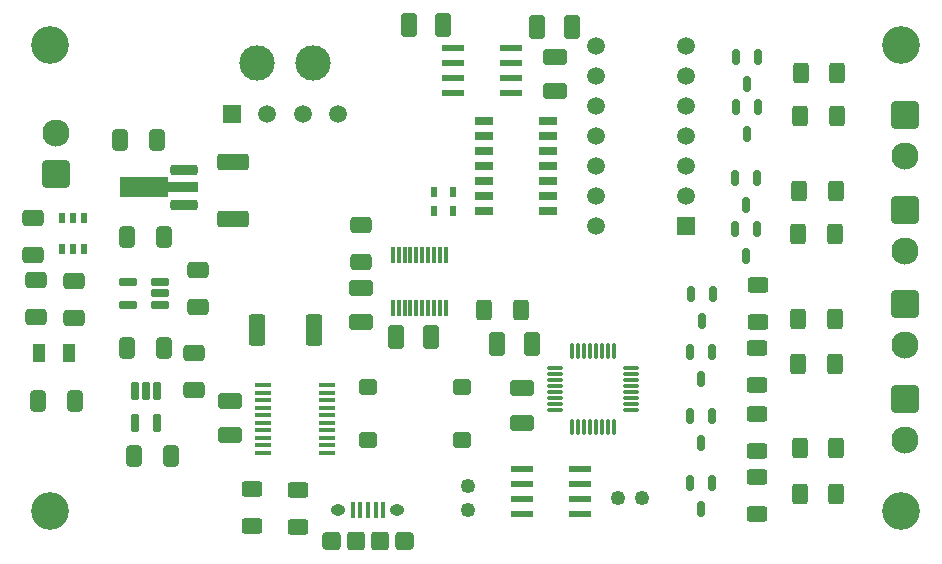
<source format=gbr>
%TF.GenerationSoftware,KiCad,Pcbnew,9.0.4*%
%TF.CreationDate,2025-11-21T01:18:50-06:00*%
%TF.ProjectId,LV Sensor,4c562053-656e-4736-9f72-2e6b69636164,rev?*%
%TF.SameCoordinates,Original*%
%TF.FileFunction,Soldermask,Top*%
%TF.FilePolarity,Negative*%
%FSLAX46Y46*%
G04 Gerber Fmt 4.6, Leading zero omitted, Abs format (unit mm)*
G04 Created by KiCad (PCBNEW 9.0.4) date 2025-11-21 01:18:50*
%MOMM*%
%LPD*%
G01*
G04 APERTURE LIST*
G04 Aperture macros list*
%AMRoundRect*
0 Rectangle with rounded corners*
0 $1 Rounding radius*
0 $2 $3 $4 $5 $6 $7 $8 $9 X,Y pos of 4 corners*
0 Add a 4 corners polygon primitive as box body*
4,1,4,$2,$3,$4,$5,$6,$7,$8,$9,$2,$3,0*
0 Add four circle primitives for the rounded corners*
1,1,$1+$1,$2,$3*
1,1,$1+$1,$4,$5*
1,1,$1+$1,$6,$7*
1,1,$1+$1,$8,$9*
0 Add four rect primitives between the rounded corners*
20,1,$1+$1,$2,$3,$4,$5,0*
20,1,$1+$1,$4,$5,$6,$7,0*
20,1,$1+$1,$6,$7,$8,$9,0*
20,1,$1+$1,$8,$9,$2,$3,0*%
%AMFreePoly0*
4,1,9,5.362500,-0.866500,1.237500,-0.866500,1.237500,-0.450000,-1.237500,-0.450000,-1.237500,0.450000,1.237500,0.450000,1.237500,0.866500,5.362500,0.866500,5.362500,-0.866500,5.362500,-0.866500,$1*%
G04 Aperture macros list end*
%ADD10O,1.400000X0.299999*%
%ADD11O,0.299999X1.400000*%
%ADD12C,3.200000*%
%ADD13C,2.300000*%
%ADD14RoundRect,0.250001X-0.899999X0.899999X-0.899999X-0.899999X0.899999X-0.899999X0.899999X0.899999X0*%
%ADD15RoundRect,0.250000X-0.525000X-0.400000X0.525000X-0.400000X0.525000X0.400000X-0.525000X0.400000X0*%
%ADD16RoundRect,0.150000X-0.150000X0.512500X-0.150000X-0.512500X0.150000X-0.512500X0.150000X0.512500X0*%
%ADD17RoundRect,0.250000X-0.400000X-0.625000X0.400000X-0.625000X0.400000X0.625000X-0.400000X0.625000X0*%
%ADD18C,3.000000*%
%ADD19R,1.520000X1.520000*%
%ADD20C,1.520000*%
%ADD21R,0.300000X1.425000*%
%ADD22RoundRect,0.170500X-0.816500X0.511500X-0.816500X-0.511500X0.816500X-0.511500X0.816500X0.511500X0*%
%ADD23RoundRect,0.170500X0.816500X-0.511500X0.816500X0.511500X-0.816500X0.511500X-0.816500X-0.511500X0*%
%ADD24C,1.250000*%
%ADD25RoundRect,0.225000X0.925000X0.225000X-0.925000X0.225000X-0.925000X-0.225000X0.925000X-0.225000X0*%
%ADD26FreePoly0,180.000000*%
%ADD27RoundRect,0.250000X-0.650000X0.412500X-0.650000X-0.412500X0.650000X-0.412500X0.650000X0.412500X0*%
%ADD28RoundRect,0.250000X0.625000X-0.400000X0.625000X0.400000X-0.625000X0.400000X-0.625000X-0.400000X0*%
%ADD29R,1.460500X0.355600*%
%ADD30R,0.508000X0.901700*%
%ADD31RoundRect,0.250001X0.899999X-0.899999X0.899999X0.899999X-0.899999X0.899999X-0.899999X-0.899999X0*%
%ADD32RoundRect,0.170500X-0.511500X-0.816500X0.511500X-0.816500X0.511500X0.816500X-0.511500X0.816500X0*%
%ADD33R,1.981200X0.558800*%
%ADD34RoundRect,0.250000X0.412500X0.650000X-0.412500X0.650000X-0.412500X-0.650000X0.412500X-0.650000X0*%
%ADD35R,1.000000X1.500000*%
%ADD36RoundRect,0.249999X-0.450001X-1.075001X0.450001X-1.075001X0.450001X1.075001X-0.450001X1.075001X0*%
%ADD37RoundRect,0.250000X-0.412500X-0.650000X0.412500X-0.650000X0.412500X0.650000X-0.412500X0.650000X0*%
%ADD38RoundRect,0.250000X0.650000X-0.412500X0.650000X0.412500X-0.650000X0.412500X-0.650000X-0.412500X0*%
%ADD39R,0.599200X0.954800*%
%ADD40RoundRect,0.162500X-0.162500X0.617500X-0.162500X-0.617500X0.162500X-0.617500X0.162500X0.617500X0*%
%ADD41RoundRect,0.162500X0.617500X0.162500X-0.617500X0.162500X-0.617500X-0.162500X0.617500X-0.162500X0*%
%ADD42RoundRect,0.249999X-1.075001X0.450001X-1.075001X-0.450001X1.075001X-0.450001X1.075001X0.450001X0*%
%ADD43R,1.500000X0.650000*%
%ADD44R,1.498600X1.498600*%
%ADD45C,1.498600*%
%ADD46RoundRect,0.250000X0.400000X0.625000X-0.400000X0.625000X-0.400000X-0.625000X0.400000X-0.625000X0*%
%ADD47RoundRect,0.100000X-0.100000X-0.575000X0.100000X-0.575000X0.100000X0.575000X-0.100000X0.575000X0*%
%ADD48O,0.890000X1.550000*%
%ADD49RoundRect,0.250000X-0.475000X-0.525000X0.475000X-0.525000X0.475000X0.525000X-0.475000X0.525000X0*%
%ADD50O,1.250000X0.950000*%
%ADD51RoundRect,0.250000X-0.500000X-0.525000X0.500000X-0.525000X0.500000X0.525000X-0.500000X0.525000X0*%
G04 APERTURE END LIST*
D10*
%TO.C,U7*%
X202100001Y-86700002D03*
X202100001Y-86200000D03*
X202100001Y-85700001D03*
X202100001Y-85200002D03*
X202100001Y-84700000D03*
X202100001Y-84200002D03*
X202100001Y-83700000D03*
X202100001Y-83200001D03*
D11*
X200650002Y-81750001D03*
X200150000Y-81750001D03*
X199650001Y-81750001D03*
X199150002Y-81750001D03*
X198650000Y-81750001D03*
X198150002Y-81750001D03*
X197650000Y-81750001D03*
X197150001Y-81750001D03*
D10*
X195700001Y-83200001D03*
X195700001Y-83700000D03*
X195700001Y-84200002D03*
X195700001Y-84700000D03*
X195700001Y-85200002D03*
X195700001Y-85700001D03*
X195700001Y-86200000D03*
X195700001Y-86700002D03*
D11*
X197150001Y-88150001D03*
X197650000Y-88150001D03*
X198150002Y-88150001D03*
X198650000Y-88150001D03*
X199150002Y-88150001D03*
X199650001Y-88150001D03*
X200150000Y-88150001D03*
X200650002Y-88150001D03*
%TD*%
D12*
%TO.C,H2*%
X225000000Y-55800000D03*
%TD*%
%TO.C,H3*%
X225000000Y-95250000D03*
%TD*%
D13*
%TO.C,J2*%
X225332500Y-65250000D03*
D14*
X225332500Y-61750000D03*
%TD*%
%TO.C,J4*%
X225332500Y-77750000D03*
D13*
X225332500Y-81250000D03*
%TD*%
%TO.C,J1*%
X225332500Y-73250000D03*
D14*
X225332500Y-69750000D03*
%TD*%
D13*
%TO.C,J3*%
X225332500Y-89250000D03*
D14*
X225332500Y-85750000D03*
%TD*%
D12*
%TO.C,H4*%
X152950000Y-95250000D03*
%TD*%
%TO.C,H1*%
X152950000Y-55800000D03*
%TD*%
D15*
%TO.C,SW1*%
X187780000Y-89250000D03*
X179820000Y-89250000D03*
X187780000Y-84750000D03*
X179820000Y-84750000D03*
%TD*%
D16*
%TO.C,D7*%
X211862500Y-73687500D03*
X210912500Y-71412500D03*
X212812500Y-71412500D03*
%TD*%
D17*
%TO.C,R12*%
X219400000Y-71800000D03*
X216300000Y-71800000D03*
%TD*%
%TO.C,R14*%
X219450000Y-68200000D03*
X216350000Y-68200000D03*
%TD*%
D16*
%TO.C,D8*%
X211862500Y-69337500D03*
X210912500Y-67062500D03*
X212812500Y-67062500D03*
%TD*%
D18*
%TO.C,J6*%
X175171750Y-57330400D03*
X170471750Y-57330400D03*
D19*
X168321750Y-61650400D03*
D20*
X171321750Y-61650400D03*
X174321750Y-61650400D03*
X177321750Y-61650400D03*
%TD*%
D21*
%TO.C,IC5*%
X181950000Y-78062000D03*
X182450000Y-78062000D03*
X182950000Y-78062000D03*
X183450000Y-78062000D03*
X183950000Y-78062000D03*
X184450000Y-78062000D03*
X184950000Y-78062000D03*
X185450000Y-78062000D03*
X185950000Y-78062000D03*
X186450000Y-78062000D03*
X186450000Y-73638000D03*
X185950000Y-73638000D03*
X185450000Y-73638000D03*
X184950000Y-73638000D03*
X184450000Y-73638000D03*
X183950000Y-73638000D03*
X183450000Y-73638000D03*
X182950000Y-73638000D03*
X182450000Y-73638000D03*
X181950000Y-73638000D03*
%TD*%
D22*
%TO.C,C1*%
X195650000Y-56847000D03*
X195650000Y-59753000D03*
%TD*%
D23*
%TO.C,C17*%
X192900000Y-84897000D03*
X192900000Y-87803000D03*
%TD*%
D24*
%TO.C,C18*%
X188350000Y-93200000D03*
X188350000Y-95200000D03*
%TD*%
D25*
%TO.C,IC2*%
X164250000Y-69362500D03*
D26*
X164162500Y-67862500D03*
D25*
X164250000Y-66362500D03*
%TD*%
D27*
%TO.C,C22*%
X151500000Y-70437500D03*
X151500000Y-73562500D03*
%TD*%
D28*
%TO.C,R2*%
X170050000Y-96550001D03*
X170050000Y-93449999D03*
%TD*%
D29*
%TO.C,U3*%
X170925850Y-84642499D03*
X170925850Y-85277500D03*
X170925850Y-85912500D03*
X170925850Y-86547500D03*
X170925850Y-87182501D03*
X170925850Y-87817499D03*
X170925850Y-88452500D03*
X170925850Y-89087500D03*
X170925850Y-89722500D03*
X170925850Y-90357501D03*
X176374150Y-90357501D03*
X176374150Y-89722500D03*
X176374150Y-89087500D03*
X176374150Y-88452500D03*
X176374150Y-87817499D03*
X176374150Y-87182501D03*
X176374150Y-86547500D03*
X176374150Y-85912500D03*
X176374150Y-85277500D03*
X176374150Y-84642499D03*
%TD*%
D30*
%TO.C,U0*%
X155850001Y-70498250D03*
X154900000Y-70498250D03*
X153949999Y-70498250D03*
X153949999Y-73101750D03*
X154900000Y-73101750D03*
X155850001Y-73101750D03*
%TD*%
D16*
%TO.C,D5*%
X212912500Y-61062500D03*
X211012500Y-61062500D03*
X211962500Y-63337500D03*
%TD*%
%TO.C,D6*%
X212900000Y-56862500D03*
X211000000Y-56862500D03*
X211950000Y-59137500D03*
%TD*%
D27*
%TO.C,C23*%
X155000000Y-75787500D03*
X155000000Y-78912500D03*
%TD*%
D31*
%TO.C,J5*%
X153417500Y-66750000D03*
D13*
X153417500Y-63250000D03*
%TD*%
D32*
%TO.C,C4*%
X182247000Y-80550000D03*
X185153000Y-80550000D03*
%TD*%
D22*
%TO.C,C9*%
X168200000Y-85947000D03*
X168200000Y-88853000D03*
%TD*%
D33*
%TO.C,U9*%
X191963800Y-59855000D03*
X191963800Y-58585000D03*
X191963800Y-57315000D03*
X191963800Y-56045000D03*
X187036200Y-56045000D03*
X187036200Y-57315000D03*
X187036200Y-58585000D03*
X187036200Y-59855000D03*
%TD*%
D27*
%TO.C,C10*%
X165450000Y-74887500D03*
X165450000Y-78012500D03*
%TD*%
D33*
%TO.C,U8*%
X192886200Y-91695000D03*
X192886200Y-92965000D03*
X192886200Y-94235000D03*
X192886200Y-95505000D03*
X197813800Y-95505000D03*
X197813800Y-94235000D03*
X197813800Y-92965000D03*
X197813800Y-91695000D03*
%TD*%
D34*
%TO.C,C13*%
X163162500Y-90600000D03*
X160037500Y-90600000D03*
%TD*%
D17*
%TO.C,R1*%
X189699999Y-78250000D03*
X192800001Y-78250000D03*
%TD*%
D28*
%TO.C,R3*%
X173900000Y-96600001D03*
X173900000Y-93499999D03*
%TD*%
D35*
%TO.C,L1*%
X152000000Y-81900000D03*
X154500000Y-81900000D03*
%TD*%
D36*
%TO.C,R24*%
X170500000Y-79950000D03*
X175300000Y-79950000D03*
%TD*%
D37*
%TO.C,C3*%
X158837500Y-63850000D03*
X161962500Y-63850000D03*
%TD*%
D38*
%TO.C,C12*%
X165150000Y-85012500D03*
X165150000Y-81887500D03*
%TD*%
%TO.C,C5*%
X179300000Y-74212500D03*
X179300000Y-71087500D03*
%TD*%
D39*
%TO.C,U6*%
X185425000Y-69903000D03*
X187075000Y-69903000D03*
X187075000Y-68248200D03*
X185425000Y-68248200D03*
%TD*%
D27*
%TO.C,C24*%
X151750000Y-75737500D03*
X151750000Y-78862500D03*
%TD*%
D22*
%TO.C,C8*%
X179300000Y-76397000D03*
X179300000Y-79303000D03*
%TD*%
D40*
%TO.C,IC4*%
X162000000Y-85100000D03*
X161050000Y-85100000D03*
X160100000Y-85100000D03*
X160100000Y-87800000D03*
X162000000Y-87800000D03*
%TD*%
D41*
%TO.C,IC3*%
X162250000Y-77800000D03*
X162250000Y-76850000D03*
X162250000Y-75900000D03*
X159550000Y-75900000D03*
X159550000Y-77800000D03*
%TD*%
D32*
%TO.C,C7*%
X190797000Y-81100000D03*
X193703000Y-81100000D03*
%TD*%
D17*
%TO.C,R8*%
X216450000Y-61800000D03*
X219550000Y-61800000D03*
%TD*%
D37*
%TO.C,C6*%
X159437500Y-72100000D03*
X162562500Y-72100000D03*
%TD*%
D32*
%TO.C,C2*%
X183297000Y-54150000D03*
X186203000Y-54150000D03*
%TD*%
D37*
%TO.C,C11*%
X159487500Y-81500000D03*
X162612500Y-81500000D03*
%TD*%
D42*
%TO.C,R9*%
X168400000Y-65750000D03*
X168400000Y-70550000D03*
%TD*%
D32*
%TO.C,C21*%
X197103000Y-54300000D03*
X194197000Y-54300000D03*
%TD*%
D43*
%TO.C,IC1*%
X189700000Y-62240000D03*
X189700000Y-63510000D03*
X189700000Y-64780000D03*
X189700000Y-66050000D03*
X189700000Y-67320000D03*
X189700000Y-68590000D03*
X189700000Y-69860000D03*
X195100000Y-69860000D03*
X195100000Y-68590000D03*
X195100000Y-67320000D03*
X195100000Y-66050000D03*
X195100000Y-64780000D03*
X195100000Y-63510000D03*
X195100000Y-62240000D03*
%TD*%
D44*
%TO.C,U10*%
X206810000Y-71170000D03*
D45*
X206810000Y-68630000D03*
X206810000Y-66090000D03*
X206810000Y-63550000D03*
X206810000Y-61010000D03*
X206810000Y-58470000D03*
X206810000Y-55930000D03*
X199190000Y-55930000D03*
X199190000Y-58470000D03*
X199190000Y-61010000D03*
X199190000Y-63550000D03*
X199190000Y-66090000D03*
X199190000Y-68630000D03*
X199190000Y-71170000D03*
%TD*%
D34*
%TO.C,C25*%
X155012500Y-86000000D03*
X151887500Y-86000000D03*
%TD*%
D17*
%TO.C,R10*%
X216500000Y-58150000D03*
X219600000Y-58150000D03*
%TD*%
D28*
%TO.C,R7*%
X212750000Y-84600000D03*
X212750000Y-81500000D03*
%TD*%
%TO.C,R4*%
X212850000Y-79250000D03*
X212850000Y-76150000D03*
%TD*%
D17*
%TO.C,R5*%
X216300000Y-79000000D03*
X219400000Y-79000000D03*
%TD*%
D28*
%TO.C,R22*%
X212800000Y-92400000D03*
X212800000Y-95500000D03*
%TD*%
%TO.C,R21*%
X212750000Y-87100000D03*
X212750000Y-90200000D03*
%TD*%
D17*
%TO.C,R20*%
X216400000Y-89900000D03*
X219500000Y-89900000D03*
%TD*%
D16*
%TO.C,D4*%
X209012500Y-92862500D03*
X207112500Y-92862500D03*
X208062500Y-95137500D03*
%TD*%
D46*
%TO.C,R23*%
X216400000Y-93800000D03*
X219500000Y-93800000D03*
%TD*%
%TO.C,R6*%
X219400000Y-82800000D03*
X216300000Y-82800000D03*
%TD*%
D24*
%TO.C,C19*%
X203050000Y-94150000D03*
X201050000Y-94150000D03*
%TD*%
D16*
%TO.C,D1*%
X209100000Y-76912500D03*
X207200000Y-76912500D03*
X208150000Y-79187500D03*
%TD*%
%TO.C,D3*%
X208062500Y-89537500D03*
X207112500Y-87262500D03*
X209012500Y-87262500D03*
%TD*%
%TO.C,D2*%
X209012500Y-81812500D03*
X207112500Y-81812500D03*
X208062500Y-84087500D03*
%TD*%
D47*
%TO.C,J16*%
X178550000Y-95150000D03*
X179200000Y-95150000D03*
X179850000Y-95150000D03*
X180500000Y-95150000D03*
X181150000Y-95150000D03*
D48*
X176350000Y-97850000D03*
D49*
X176825000Y-97850000D03*
D50*
X177350000Y-95150000D03*
D51*
X178850000Y-97850000D03*
X180850000Y-97850000D03*
D50*
X182350000Y-95150000D03*
D49*
X182875000Y-97850000D03*
D48*
X183350000Y-97850000D03*
%TD*%
M02*

</source>
